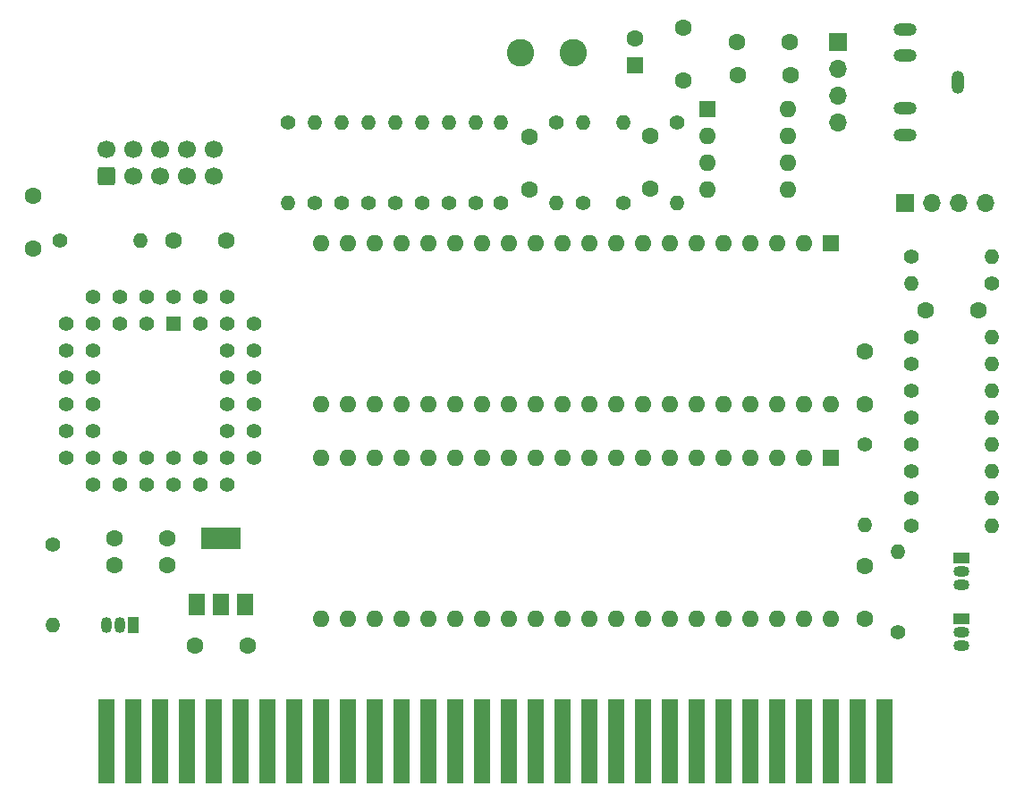
<source format=gts>
%TF.GenerationSoftware,KiCad,Pcbnew,(6.0.8)*%
%TF.CreationDate,2022-10-21T18:27:38+07:00*%
%TF.ProjectId,TS_Ext_EPM3032,54535f45-7874-45f4-9550-4d333033322e,1.0*%
%TF.SameCoordinates,Original*%
%TF.FileFunction,Soldermask,Top*%
%TF.FilePolarity,Negative*%
%FSLAX46Y46*%
G04 Gerber Fmt 4.6, Leading zero omitted, Abs format (unit mm)*
G04 Created by KiCad (PCBNEW (6.0.8)) date 2022-10-21 18:27:38*
%MOMM*%
%LPD*%
G01*
G04 APERTURE LIST*
G04 Aperture macros list*
%AMRoundRect*
0 Rectangle with rounded corners*
0 $1 Rounding radius*
0 $2 $3 $4 $5 $6 $7 $8 $9 X,Y pos of 4 corners*
0 Add a 4 corners polygon primitive as box body*
4,1,4,$2,$3,$4,$5,$6,$7,$8,$9,$2,$3,0*
0 Add four circle primitives for the rounded corners*
1,1,$1+$1,$2,$3*
1,1,$1+$1,$4,$5*
1,1,$1+$1,$6,$7*
1,1,$1+$1,$8,$9*
0 Add four rect primitives between the rounded corners*
20,1,$1+$1,$2,$3,$4,$5,0*
20,1,$1+$1,$4,$5,$6,$7,0*
20,1,$1+$1,$6,$7,$8,$9,0*
20,1,$1+$1,$8,$9,$2,$3,0*%
G04 Aperture macros list end*
%ADD10C,1.600000*%
%ADD11R,1.050000X1.500000*%
%ADD12O,1.050000X1.500000*%
%ADD13C,1.400000*%
%ADD14O,1.400000X1.400000*%
%ADD15R,1.600000X1.600000*%
%ADD16O,1.600000X1.600000*%
%ADD17R,1.600000X8.000000*%
%ADD18R,1.500000X1.050000*%
%ADD19O,1.500000X1.050000*%
%ADD20R,1.422400X1.422400*%
%ADD21C,1.422400*%
%ADD22O,2.200000X1.200000*%
%ADD23O,1.200000X2.200000*%
%ADD24RoundRect,0.250000X0.600000X-0.600000X0.600000X0.600000X-0.600000X0.600000X-0.600000X-0.600000X0*%
%ADD25C,1.700000*%
%ADD26C,2.600000*%
%ADD27R,1.700000X1.700000*%
%ADD28O,1.700000X1.700000*%
%ADD29R,1.500000X2.000000*%
%ADD30R,3.800000X2.000000*%
G04 APERTURE END LIST*
D10*
%TO.C,C4*%
X108585000Y-83820000D03*
X108585000Y-78820000D03*
%TD*%
D11*
%TO.C,Q1*%
X39370000Y-84455000D03*
D12*
X38100000Y-84455000D03*
X36830000Y-84455000D03*
%TD*%
D13*
%TO.C,R21*%
X90805000Y-36830000D03*
D14*
X90805000Y-44450000D03*
%TD*%
D15*
%TO.C,U4*%
X105410000Y-68580000D03*
D16*
X102870000Y-68580000D03*
X100330000Y-68580000D03*
X97790000Y-68580000D03*
X95250000Y-68580000D03*
X92710000Y-68580000D03*
X90170000Y-68580000D03*
X87630000Y-68580000D03*
X85090000Y-68580000D03*
X82550000Y-68580000D03*
X80010000Y-68580000D03*
X77470000Y-68580000D03*
X74930000Y-68580000D03*
X72390000Y-68580000D03*
X69850000Y-68580000D03*
X67310000Y-68580000D03*
X64770000Y-68580000D03*
X62230000Y-68580000D03*
X59690000Y-68580000D03*
X57150000Y-68580000D03*
X57150000Y-83820000D03*
X59690000Y-83820000D03*
X62230000Y-83820000D03*
X64770000Y-83820000D03*
X67310000Y-83820000D03*
X69850000Y-83820000D03*
X72390000Y-83820000D03*
X74930000Y-83820000D03*
X77470000Y-83820000D03*
X80010000Y-83820000D03*
X82550000Y-83820000D03*
X85090000Y-83820000D03*
X87630000Y-83820000D03*
X90170000Y-83820000D03*
X92710000Y-83820000D03*
X95250000Y-83820000D03*
X97790000Y-83820000D03*
X100330000Y-83820000D03*
X102870000Y-83820000D03*
X105410000Y-83820000D03*
%TD*%
D17*
%TO.C,J3*%
X36830000Y-95478600D03*
X39370000Y-95478600D03*
X41910000Y-95478600D03*
X44450000Y-95478600D03*
X46990000Y-95478600D03*
X49530000Y-95478600D03*
X52070000Y-95478600D03*
X54610000Y-95478600D03*
X57150000Y-95478600D03*
X59690000Y-95478600D03*
X62230000Y-95478600D03*
X64770000Y-95478600D03*
X67310000Y-95478600D03*
X69850000Y-95478600D03*
X72390000Y-95478600D03*
X74930000Y-95478600D03*
X77470000Y-95478600D03*
X80010000Y-95478600D03*
X82550000Y-95478600D03*
X85090000Y-95478600D03*
X87630000Y-95478600D03*
X90170000Y-95478600D03*
X92710000Y-95478600D03*
X95250000Y-95478600D03*
X97790000Y-95478600D03*
X100330000Y-95478600D03*
X102870000Y-95478600D03*
X105410000Y-95478600D03*
X107950000Y-95478600D03*
X110490000Y-95478600D03*
%TD*%
D13*
%TO.C,R2*%
X53975000Y-36830000D03*
D14*
X53975000Y-44450000D03*
%TD*%
D13*
%TO.C,R16*%
X113030000Y-72390000D03*
D14*
X120650000Y-72390000D03*
%TD*%
D18*
%TO.C,Q3*%
X117750000Y-78105000D03*
D19*
X117750000Y-79375000D03*
X117750000Y-80645000D03*
%TD*%
D20*
%TO.C,U1*%
X43180000Y-55880000D03*
D21*
X40640000Y-53340000D03*
X40640000Y-55880000D03*
X38100000Y-53340000D03*
X38100000Y-55880000D03*
X35560000Y-53340000D03*
X33020000Y-55880000D03*
X35560000Y-55880000D03*
X33020000Y-58420000D03*
X35560000Y-58420000D03*
X33020000Y-60960000D03*
X35560000Y-60960000D03*
X33020000Y-63500000D03*
X35560000Y-63500000D03*
X33020000Y-66040000D03*
X35560000Y-66040000D03*
X33020000Y-68580000D03*
X35560000Y-71120000D03*
X35560000Y-68580000D03*
X38100000Y-71120000D03*
X38100000Y-68580000D03*
X40640000Y-71120000D03*
X40640000Y-68580000D03*
X43180000Y-71120000D03*
X43180000Y-68580000D03*
X45720000Y-71120000D03*
X45720000Y-68580000D03*
X48260000Y-71120000D03*
X50800000Y-68580000D03*
X48260000Y-68580000D03*
X50800000Y-66040000D03*
X48260000Y-66040000D03*
X50800000Y-63500000D03*
X48260000Y-63500000D03*
X50800000Y-60960000D03*
X48260000Y-60960000D03*
X50800000Y-58420000D03*
X48260000Y-58420000D03*
X50800000Y-55880000D03*
X48260000Y-53340000D03*
X48260000Y-55880000D03*
X45720000Y-53340000D03*
X45720000Y-55880000D03*
X43180000Y-53340000D03*
%TD*%
D13*
%TO.C,R22*%
X85725000Y-44450000D03*
D14*
X85725000Y-36830000D03*
%TD*%
D10*
%TO.C,C8*%
X29845000Y-48815000D03*
X29845000Y-43815000D03*
%TD*%
D13*
%TO.C,R25*%
X31750000Y-76835000D03*
D14*
X31750000Y-84455000D03*
%TD*%
D15*
%TO.C,U5*%
X93726000Y-35560000D03*
D16*
X93726000Y-38100000D03*
X93726000Y-40640000D03*
X93726000Y-43180000D03*
X101346000Y-43180000D03*
X101346000Y-40640000D03*
X101346000Y-38100000D03*
X101346000Y-35560000D03*
%TD*%
D22*
%TO.C,J5*%
X112420000Y-38020000D03*
X112420000Y-35520000D03*
D23*
X117420000Y-33020000D03*
D22*
X112420000Y-28020000D03*
X112420000Y-30520000D03*
%TD*%
D24*
%TO.C,J1*%
X36830000Y-41910000D03*
D25*
X36830000Y-39370000D03*
X39370000Y-41910000D03*
X39370000Y-39370000D03*
X41910000Y-41910000D03*
X41910000Y-39370000D03*
X44450000Y-41910000D03*
X44450000Y-39370000D03*
X46990000Y-41910000D03*
X46990000Y-39370000D03*
%TD*%
D13*
%TO.C,R24*%
X113030000Y-49530000D03*
D14*
X120650000Y-49530000D03*
%TD*%
D13*
%TO.C,R26*%
X111760000Y-85090000D03*
D14*
X111760000Y-77470000D03*
%TD*%
D26*
%TO.C,L1*%
X81026000Y-30226000D03*
X76026000Y-30226000D03*
%TD*%
D13*
%TO.C,R11*%
X113030000Y-59690000D03*
D14*
X120650000Y-59690000D03*
%TD*%
D15*
%TO.C,U3*%
X105410000Y-48260000D03*
D16*
X102870000Y-48260000D03*
X100330000Y-48260000D03*
X97790000Y-48260000D03*
X95250000Y-48260000D03*
X92710000Y-48260000D03*
X90170000Y-48260000D03*
X87630000Y-48260000D03*
X85090000Y-48260000D03*
X82550000Y-48260000D03*
X80010000Y-48260000D03*
X77470000Y-48260000D03*
X74930000Y-48260000D03*
X72390000Y-48260000D03*
X69850000Y-48260000D03*
X67310000Y-48260000D03*
X64770000Y-48260000D03*
X62230000Y-48260000D03*
X59690000Y-48260000D03*
X57150000Y-48260000D03*
X57150000Y-63500000D03*
X59690000Y-63500000D03*
X62230000Y-63500000D03*
X64770000Y-63500000D03*
X67310000Y-63500000D03*
X69850000Y-63500000D03*
X72390000Y-63500000D03*
X74930000Y-63500000D03*
X77470000Y-63500000D03*
X80010000Y-63500000D03*
X82550000Y-63500000D03*
X85090000Y-63500000D03*
X87630000Y-63500000D03*
X90170000Y-63500000D03*
X92710000Y-63500000D03*
X95250000Y-63500000D03*
X97790000Y-63500000D03*
X100330000Y-63500000D03*
X102870000Y-63500000D03*
X105410000Y-63500000D03*
%TD*%
D27*
%TO.C,J4*%
X106045000Y-29220000D03*
D28*
X106045000Y-31760000D03*
X106045000Y-34300000D03*
X106045000Y-36840000D03*
%TD*%
D10*
%TO.C,C5*%
X50165000Y-86360000D03*
X45165000Y-86360000D03*
%TD*%
D13*
%TO.C,R27*%
X108585000Y-67310000D03*
D14*
X108585000Y-74930000D03*
%TD*%
D15*
%TO.C,C1*%
X86868000Y-31431113D03*
D10*
X86868000Y-28931113D03*
%TD*%
D13*
%TO.C,R8*%
X71755000Y-44450000D03*
D14*
X71755000Y-36830000D03*
%TD*%
D13*
%TO.C,R12*%
X113030000Y-62230000D03*
D14*
X120650000Y-62230000D03*
%TD*%
D13*
%TO.C,R13*%
X113030000Y-64770000D03*
D14*
X120650000Y-64770000D03*
%TD*%
D10*
%TO.C,C6*%
X42545000Y-78740000D03*
X37545000Y-78740000D03*
%TD*%
%TO.C,C9*%
X42545000Y-76200000D03*
X37545000Y-76200000D03*
%TD*%
D13*
%TO.C,R18*%
X56515000Y-44450000D03*
D14*
X56515000Y-36830000D03*
%TD*%
D13*
%TO.C,R15*%
X113030000Y-69850000D03*
D14*
X120650000Y-69850000D03*
%TD*%
D10*
%TO.C,C7*%
X43180000Y-48006000D03*
X48180000Y-48006000D03*
%TD*%
D29*
%TO.C,U2*%
X45325000Y-82525000D03*
D30*
X47625000Y-76225000D03*
D29*
X47625000Y-82525000D03*
X49925000Y-82525000D03*
%TD*%
D10*
%TO.C,C12*%
X88265000Y-38100000D03*
X88265000Y-43100000D03*
%TD*%
D13*
%TO.C,R9*%
X74168000Y-44450000D03*
D14*
X74168000Y-36830000D03*
%TD*%
D13*
%TO.C,R7*%
X69215000Y-44450000D03*
D14*
X69215000Y-36830000D03*
%TD*%
D13*
%TO.C,R6*%
X66675000Y-44450000D03*
D14*
X66675000Y-36830000D03*
%TD*%
D10*
%TO.C,C2*%
X91440000Y-32893000D03*
X91440000Y-27893000D03*
%TD*%
%TO.C,C11*%
X119380000Y-54610000D03*
X114380000Y-54610000D03*
%TD*%
D13*
%TO.C,R14*%
X113030000Y-67310000D03*
D14*
X120650000Y-67310000D03*
%TD*%
D13*
%TO.C,R4*%
X61595000Y-44450000D03*
D14*
X61595000Y-36830000D03*
%TD*%
D18*
%TO.C,Q2*%
X117750000Y-83820000D03*
D19*
X117750000Y-85090000D03*
X117750000Y-86360000D03*
%TD*%
D10*
%TO.C,C3*%
X108585000Y-63500000D03*
X108585000Y-58500000D03*
%TD*%
D13*
%TO.C,R23*%
X81915000Y-44450000D03*
D14*
X81915000Y-36830000D03*
%TD*%
D13*
%TO.C,R10*%
X113030000Y-57150000D03*
D14*
X120650000Y-57150000D03*
%TD*%
D10*
%TO.C,C13*%
X96520000Y-29210000D03*
X101520000Y-29210000D03*
%TD*%
D27*
%TO.C,J2*%
X112395000Y-44450000D03*
D28*
X114935000Y-44450000D03*
X117475000Y-44450000D03*
X120015000Y-44450000D03*
%TD*%
D13*
%TO.C,R3*%
X59055000Y-44450000D03*
D14*
X59055000Y-36830000D03*
%TD*%
D13*
%TO.C,R17*%
X113030000Y-75057000D03*
D14*
X120650000Y-75057000D03*
%TD*%
D13*
%TO.C,R1*%
X32385000Y-48006000D03*
D14*
X40005000Y-48006000D03*
%TD*%
D10*
%TO.C,C14*%
X101600000Y-32385000D03*
X96600000Y-32385000D03*
%TD*%
D13*
%TO.C,R5*%
X64135000Y-44450000D03*
D14*
X64135000Y-36830000D03*
%TD*%
D13*
%TO.C,R20*%
X120650000Y-52070000D03*
D14*
X113030000Y-52070000D03*
%TD*%
D13*
%TO.C,R19*%
X79375000Y-36830000D03*
D14*
X79375000Y-44450000D03*
%TD*%
D10*
%TO.C,C10*%
X76835000Y-43180000D03*
X76835000Y-38180000D03*
%TD*%
M02*

</source>
